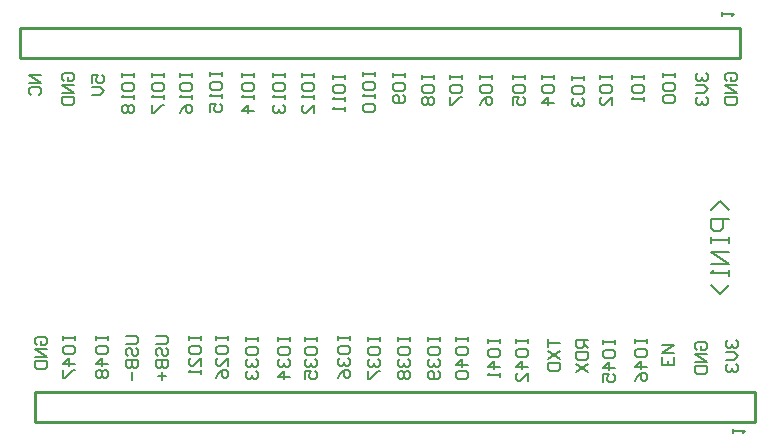
<source format=gbo>
G04*
G04 #@! TF.GenerationSoftware,Altium Limited,Altium Designer,24.5.2 (23)*
G04*
G04 Layer_Color=32896*
%FSLAX25Y25*%
%MOIN*%
G70*
G04*
G04 #@! TF.SameCoordinates,F3A3955B-CDAA-4A41-8258-469B26568034*
G04*
G04*
G04 #@! TF.FilePolarity,Positive*
G04*
G01*
G75*
%ADD12C,0.00600*%
%ADD14C,0.01000*%
D12*
X162401Y38400D02*
Y37067D01*
Y37734D01*
X166400D01*
Y38400D01*
Y37067D01*
X162401Y33068D02*
Y34401D01*
X163068Y35068D01*
X165734D01*
X166400Y34401D01*
Y33068D01*
X165734Y32402D01*
X163068D01*
X162401Y33068D01*
X163068Y31069D02*
X162401Y30403D01*
Y29070D01*
X163068Y28403D01*
X163734D01*
X164401Y29070D01*
Y29736D01*
Y29070D01*
X165067Y28403D01*
X165734D01*
X166400Y29070D01*
Y30403D01*
X165734Y31069D01*
X162401Y24405D02*
Y27070D01*
X164401D01*
X163734Y25737D01*
Y25071D01*
X164401Y24405D01*
X165734D01*
X166400Y25071D01*
Y26404D01*
X165734Y27070D01*
X173401Y38900D02*
Y37567D01*
Y38234D01*
X177400D01*
Y38900D01*
Y37567D01*
X173401Y33568D02*
Y34901D01*
X174068Y35568D01*
X176734D01*
X177400Y34901D01*
Y33568D01*
X176734Y32902D01*
X174068D01*
X173401Y33568D01*
X174068Y31569D02*
X173401Y30903D01*
Y29570D01*
X174068Y28903D01*
X174734D01*
X175401Y29570D01*
Y30236D01*
Y29570D01*
X176067Y28903D01*
X176734D01*
X177400Y29570D01*
Y30903D01*
X176734Y31569D01*
X173401Y24904D02*
X174068Y26237D01*
X175401Y27570D01*
X176734D01*
X177400Y26904D01*
Y25571D01*
X176734Y24904D01*
X176067D01*
X175401Y25571D01*
Y27570D01*
X142901Y38400D02*
Y37067D01*
Y37734D01*
X146900D01*
Y38400D01*
Y37067D01*
X142901Y33068D02*
Y34401D01*
X143568Y35068D01*
X146233D01*
X146900Y34401D01*
Y33068D01*
X146233Y32402D01*
X143568D01*
X142901Y33068D01*
X143568Y31069D02*
X142901Y30403D01*
Y29070D01*
X143568Y28403D01*
X144234D01*
X144901Y29070D01*
Y29736D01*
Y29070D01*
X145567Y28403D01*
X146233D01*
X146900Y29070D01*
Y30403D01*
X146233Y31069D01*
X143568Y27070D02*
X142901Y26404D01*
Y25071D01*
X143568Y24405D01*
X144234D01*
X144901Y25071D01*
Y25737D01*
Y25071D01*
X145567Y24405D01*
X146233D01*
X146900Y25071D01*
Y26404D01*
X146233Y27070D01*
X123901Y38900D02*
Y37567D01*
Y38234D01*
X127900D01*
Y38900D01*
Y37567D01*
X123901Y33568D02*
Y34901D01*
X124568Y35568D01*
X127234D01*
X127900Y34901D01*
Y33568D01*
X127234Y32902D01*
X124568D01*
X123901Y33568D01*
X127900Y28903D02*
Y31569D01*
X125234Y28903D01*
X124568D01*
X123901Y29570D01*
Y30903D01*
X124568Y31569D01*
X127900Y27570D02*
Y26237D01*
Y26904D01*
X123901D01*
X124568Y27570D01*
X193401Y38400D02*
Y37067D01*
Y37734D01*
X197400D01*
Y38400D01*
Y37067D01*
X193401Y33068D02*
Y34401D01*
X194068Y35068D01*
X196733D01*
X197400Y34401D01*
Y33068D01*
X196733Y32402D01*
X194068D01*
X193401Y33068D01*
X194068Y31069D02*
X193401Y30403D01*
Y29070D01*
X194068Y28403D01*
X194734D01*
X195401Y29070D01*
Y29736D01*
Y29070D01*
X196067Y28403D01*
X196733D01*
X197400Y29070D01*
Y30403D01*
X196733Y31069D01*
X194068Y27070D02*
X193401Y26404D01*
Y25071D01*
X194068Y24405D01*
X194734D01*
X195401Y25071D01*
X196067Y24405D01*
X196733D01*
X197400Y25071D01*
Y26404D01*
X196733Y27070D01*
X196067D01*
X195401Y26404D01*
X194734Y27070D01*
X194068D01*
X195401Y26404D02*
Y25071D01*
X183401Y38400D02*
Y37067D01*
Y37734D01*
X187400D01*
Y38400D01*
Y37067D01*
X183401Y33068D02*
Y34401D01*
X184068Y35068D01*
X186733D01*
X187400Y34401D01*
Y33068D01*
X186733Y32402D01*
X184068D01*
X183401Y33068D01*
X184068Y31069D02*
X183401Y30403D01*
Y29070D01*
X184068Y28403D01*
X184734D01*
X185401Y29070D01*
Y29736D01*
Y29070D01*
X186067Y28403D01*
X186733D01*
X187400Y29070D01*
Y30403D01*
X186733Y31069D01*
X183401Y27070D02*
Y24405D01*
X184068D01*
X186733Y27070D01*
X187400D01*
X153401Y38400D02*
Y37067D01*
Y37734D01*
X157400D01*
Y38400D01*
Y37067D01*
X153401Y33068D02*
Y34401D01*
X154068Y35068D01*
X156734D01*
X157400Y34401D01*
Y33068D01*
X156734Y32402D01*
X154068D01*
X153401Y33068D01*
X154068Y31069D02*
X153401Y30403D01*
Y29070D01*
X154068Y28403D01*
X154734D01*
X155401Y29070D01*
Y29736D01*
Y29070D01*
X156067Y28403D01*
X156734D01*
X157400Y29070D01*
Y30403D01*
X156734Y31069D01*
X157400Y25071D02*
X153401D01*
X155401Y27070D01*
Y24405D01*
X132901Y38900D02*
Y37567D01*
Y38234D01*
X136900D01*
Y38900D01*
Y37567D01*
X132901Y33568D02*
Y34901D01*
X133568Y35568D01*
X136233D01*
X136900Y34901D01*
Y33568D01*
X136233Y32902D01*
X133568D01*
X132901Y33568D01*
X136900Y28903D02*
Y31569D01*
X134234Y28903D01*
X133568D01*
X132901Y29570D01*
Y30903D01*
X133568Y31569D01*
X132901Y24904D02*
X133568Y26237D01*
X134901Y27570D01*
X136233D01*
X136900Y26904D01*
Y25571D01*
X136233Y24904D01*
X135567D01*
X134901Y25571D01*
Y27570D01*
X261901Y37400D02*
Y36067D01*
Y36734D01*
X265900D01*
Y37400D01*
Y36067D01*
X261901Y32068D02*
Y33401D01*
X262568Y34068D01*
X265234D01*
X265900Y33401D01*
Y32068D01*
X265234Y31402D01*
X262568D01*
X261901Y32068D01*
X265900Y28070D02*
X261901D01*
X263901Y30069D01*
Y27403D01*
X261901Y23404D02*
Y26070D01*
X263901D01*
X263234Y24737D01*
Y24071D01*
X263901Y23404D01*
X265234D01*
X265900Y24071D01*
Y25404D01*
X265234Y26070D01*
X102901Y38900D02*
X106234D01*
X106900Y38234D01*
Y36901D01*
X106234Y36234D01*
X102901D01*
X103568Y32236D02*
X102901Y32902D01*
Y34235D01*
X103568Y34901D01*
X104234D01*
X104901Y34235D01*
Y32902D01*
X105567Y32236D01*
X106234D01*
X106900Y32902D01*
Y34235D01*
X106234Y34901D01*
X102901Y30903D02*
X106900D01*
Y28903D01*
X106234Y28237D01*
X105567D01*
X104901Y28903D01*
Y30903D01*
Y28903D01*
X104234Y28237D01*
X103568D01*
X102901Y28903D01*
Y30903D01*
X104901Y26904D02*
Y24238D01*
X112901Y38900D02*
X116234D01*
X116900Y38234D01*
Y36901D01*
X116234Y36234D01*
X112901D01*
X113568Y32236D02*
X112901Y32902D01*
Y34235D01*
X113568Y34901D01*
X114234D01*
X114901Y34235D01*
Y32902D01*
X115567Y32236D01*
X116234D01*
X116900Y32902D01*
Y34235D01*
X116234Y34901D01*
X112901Y30903D02*
X116900D01*
Y28903D01*
X116234Y28237D01*
X115567D01*
X114901Y28903D01*
Y30903D01*
Y28903D01*
X114234Y28237D01*
X113568D01*
X112901Y28903D01*
Y30903D01*
X114901Y26904D02*
Y24238D01*
X113568Y25571D02*
X116234D01*
X281401Y31766D02*
Y29100D01*
X285400D01*
Y31766D01*
X283401Y29100D02*
Y30433D01*
X285400Y33099D02*
X281401D01*
X285400Y35765D01*
X281401D01*
X293068Y34234D02*
X292401Y34901D01*
Y36234D01*
X293068Y36900D01*
X295734D01*
X296400Y36234D01*
Y34901D01*
X295734Y34234D01*
X294401D01*
Y35567D01*
X296400Y32901D02*
X292401D01*
X296400Y30235D01*
X292401D01*
Y28903D02*
X296400D01*
Y26903D01*
X295734Y26237D01*
X293068D01*
X292401Y26903D01*
Y28903D01*
X303568Y37400D02*
X302901Y36734D01*
Y35401D01*
X303568Y34734D01*
X304234D01*
X304901Y35401D01*
Y36067D01*
Y35401D01*
X305567Y34734D01*
X306234D01*
X306900Y35401D01*
Y36734D01*
X306234Y37400D01*
X302901Y33401D02*
X305567D01*
X306900Y32068D01*
X305567Y30735D01*
X302901D01*
X303568Y29403D02*
X302901Y28736D01*
Y27403D01*
X303568Y26737D01*
X304234D01*
X304901Y27403D01*
Y28070D01*
Y27403D01*
X305567Y26737D01*
X306234D01*
X306900Y27403D01*
Y28736D01*
X306234Y29403D01*
X223401Y37900D02*
Y36567D01*
Y37234D01*
X227400D01*
Y37900D01*
Y36567D01*
X223401Y32568D02*
Y33901D01*
X224068Y34568D01*
X226734D01*
X227400Y33901D01*
Y32568D01*
X226734Y31902D01*
X224068D01*
X223401Y32568D01*
X227400Y28570D02*
X223401D01*
X225401Y30569D01*
Y27903D01*
X227400Y26570D02*
Y25237D01*
Y25904D01*
X223401D01*
X224068Y26570D01*
X256900Y37400D02*
X252901D01*
Y35401D01*
X253568Y34734D01*
X254901D01*
X255567Y35401D01*
Y37400D01*
Y36067D02*
X256900Y34734D01*
X252901Y33401D02*
X256900D01*
Y31402D01*
X256234Y30735D01*
X253568D01*
X252901Y31402D01*
Y33401D01*
Y29403D02*
X256900Y26737D01*
X252901D02*
X256900Y29403D01*
X243401Y37900D02*
Y35234D01*
Y36567D01*
X247400D01*
X243401Y33901D02*
X247400Y31236D01*
X243401D02*
X247400Y33901D01*
X243401Y29903D02*
X247400D01*
Y27903D01*
X246734Y27237D01*
X244068D01*
X243401Y27903D01*
Y29903D01*
X272401Y37900D02*
Y36567D01*
Y37234D01*
X276400D01*
Y37900D01*
Y36567D01*
X272401Y32568D02*
Y33901D01*
X273068Y34568D01*
X275734D01*
X276400Y33901D01*
Y32568D01*
X275734Y31902D01*
X273068D01*
X272401Y32568D01*
X276400Y28570D02*
X272401D01*
X274401Y30569D01*
Y27903D01*
X272401Y23904D02*
X273068Y25237D01*
X274401Y26570D01*
X275734D01*
X276400Y25904D01*
Y24571D01*
X275734Y23904D01*
X275067D01*
X274401Y24571D01*
Y26570D01*
X203401Y38400D02*
Y37067D01*
Y37734D01*
X207400D01*
Y38400D01*
Y37067D01*
X203401Y33068D02*
Y34401D01*
X204068Y35068D01*
X206734D01*
X207400Y34401D01*
Y33068D01*
X206734Y32402D01*
X204068D01*
X203401Y33068D01*
X204068Y31069D02*
X203401Y30403D01*
Y29070D01*
X204068Y28403D01*
X204734D01*
X205401Y29070D01*
Y29736D01*
Y29070D01*
X206067Y28403D01*
X206734D01*
X207400Y29070D01*
Y30403D01*
X206734Y31069D01*
Y27070D02*
X207400Y26404D01*
Y25071D01*
X206734Y24405D01*
X204068D01*
X203401Y25071D01*
Y26404D01*
X204068Y27070D01*
X204734D01*
X205401Y26404D01*
Y24405D01*
X212901Y38400D02*
Y37067D01*
Y37734D01*
X216900D01*
Y38400D01*
Y37067D01*
X212901Y33068D02*
Y34401D01*
X213568Y35068D01*
X216234D01*
X216900Y34401D01*
Y33068D01*
X216234Y32402D01*
X213568D01*
X212901Y33068D01*
X216900Y29070D02*
X212901D01*
X214901Y31069D01*
Y28403D01*
X213568Y27070D02*
X212901Y26404D01*
Y25071D01*
X213568Y24405D01*
X216234D01*
X216900Y25071D01*
Y26404D01*
X216234Y27070D01*
X213568D01*
X232901Y37900D02*
Y36567D01*
Y37234D01*
X236900D01*
Y37900D01*
Y36567D01*
X232901Y32568D02*
Y33901D01*
X233568Y34568D01*
X236234D01*
X236900Y33901D01*
Y32568D01*
X236234Y31902D01*
X233568D01*
X232901Y32568D01*
X236900Y28570D02*
X232901D01*
X234901Y30569D01*
Y27903D01*
X236900Y23904D02*
Y26570D01*
X234234Y23904D01*
X233568D01*
X232901Y24571D01*
Y25904D01*
X233568Y26570D01*
X92901Y38900D02*
Y37567D01*
Y38234D01*
X96900D01*
Y38900D01*
Y37567D01*
X92901Y33568D02*
Y34901D01*
X93568Y35568D01*
X96234D01*
X96900Y34901D01*
Y33568D01*
X96234Y32902D01*
X93568D01*
X92901Y33568D01*
X96900Y29570D02*
X92901D01*
X94901Y31569D01*
Y28903D01*
X93568Y27570D02*
X92901Y26904D01*
Y25571D01*
X93568Y24904D01*
X94234D01*
X94901Y25571D01*
X95567Y24904D01*
X96234D01*
X96900Y25571D01*
Y26904D01*
X96234Y27570D01*
X95567D01*
X94901Y26904D01*
X94234Y27570D01*
X93568D01*
X94901Y26904D02*
Y25571D01*
X73068Y35734D02*
X72401Y36401D01*
Y37734D01*
X73068Y38400D01*
X75734D01*
X76400Y37734D01*
Y36401D01*
X75734Y35734D01*
X74401D01*
Y37067D01*
X76400Y34401D02*
X72401D01*
X76400Y31736D01*
X72401D01*
Y30403D02*
X76400D01*
Y28403D01*
X75734Y27737D01*
X73068D01*
X72401Y28403D01*
Y30403D01*
X81901Y38900D02*
Y37567D01*
Y38234D01*
X85900D01*
Y38900D01*
Y37567D01*
X81901Y33568D02*
Y34901D01*
X82568Y35568D01*
X85234D01*
X85900Y34901D01*
Y33568D01*
X85234Y32902D01*
X82568D01*
X81901Y33568D01*
X85900Y29570D02*
X81901D01*
X83901Y31569D01*
Y28903D01*
X81901Y27570D02*
Y24904D01*
X82568D01*
X85234Y27570D01*
X85900D01*
X111401Y126400D02*
Y125067D01*
Y125733D01*
X115400D01*
Y126400D01*
Y125067D01*
X111401Y121068D02*
Y122401D01*
X112068Y123068D01*
X114734D01*
X115400Y122401D01*
Y121068D01*
X114734Y120402D01*
X112068D01*
X111401Y121068D01*
X115400Y119069D02*
Y117736D01*
Y118403D01*
X111401D01*
X112068Y119069D01*
X111401Y115737D02*
Y113071D01*
X112068D01*
X114734Y115737D01*
X115400D01*
X101401Y126400D02*
Y125067D01*
Y125733D01*
X105400D01*
Y126400D01*
Y125067D01*
X101401Y121068D02*
Y122401D01*
X102068Y123068D01*
X104734D01*
X105400Y122401D01*
Y121068D01*
X104734Y120402D01*
X102068D01*
X101401Y121068D01*
X105400Y119069D02*
Y117736D01*
Y118403D01*
X101401D01*
X102068Y119069D01*
Y115737D02*
X101401Y115070D01*
Y113737D01*
X102068Y113071D01*
X102734D01*
X103401Y113737D01*
X104067Y113071D01*
X104734D01*
X105400Y113737D01*
Y115070D01*
X104734Y115737D01*
X104067D01*
X103401Y115070D01*
X102734Y115737D01*
X102068D01*
X103401Y115070D02*
Y113737D01*
X120901Y126400D02*
Y125067D01*
Y125733D01*
X124900D01*
Y126400D01*
Y125067D01*
X120901Y121068D02*
Y122401D01*
X121568Y123068D01*
X124233D01*
X124900Y122401D01*
Y121068D01*
X124233Y120402D01*
X121568D01*
X120901Y121068D01*
X124900Y119069D02*
Y117736D01*
Y118403D01*
X120901D01*
X121568Y119069D01*
X120901Y113071D02*
X121568Y114404D01*
X122901Y115737D01*
X124233D01*
X124900Y115070D01*
Y113737D01*
X124233Y113071D01*
X123567D01*
X122901Y113737D01*
Y115737D01*
X161401Y126400D02*
Y125067D01*
Y125733D01*
X165400D01*
Y126400D01*
Y125067D01*
X161401Y121068D02*
Y122401D01*
X162068Y123068D01*
X164734D01*
X165400Y122401D01*
Y121068D01*
X164734Y120402D01*
X162068D01*
X161401Y121068D01*
X165400Y119069D02*
Y117736D01*
Y118403D01*
X161401D01*
X162068Y119069D01*
X165400Y113071D02*
Y115737D01*
X162734Y113071D01*
X162068D01*
X161401Y113737D01*
Y115070D01*
X162068Y115737D01*
X151901Y126400D02*
Y125067D01*
Y125733D01*
X155900D01*
Y126400D01*
Y125067D01*
X151901Y121068D02*
Y122401D01*
X152568Y123068D01*
X155234D01*
X155900Y122401D01*
Y121068D01*
X155234Y120402D01*
X152568D01*
X151901Y121068D01*
X155900Y119069D02*
Y117736D01*
Y118403D01*
X151901D01*
X152568Y119069D01*
Y115737D02*
X151901Y115070D01*
Y113737D01*
X152568Y113071D01*
X153234D01*
X153901Y113737D01*
Y114404D01*
Y113737D01*
X154567Y113071D01*
X155234D01*
X155900Y113737D01*
Y115070D01*
X155234Y115737D01*
X141401Y126400D02*
Y125067D01*
Y125733D01*
X145400D01*
Y126400D01*
Y125067D01*
X141401Y121068D02*
Y122401D01*
X142068Y123068D01*
X144734D01*
X145400Y122401D01*
Y121068D01*
X144734Y120402D01*
X142068D01*
X141401Y121068D01*
X145400Y119069D02*
Y117736D01*
Y118403D01*
X141401D01*
X142068Y119069D01*
X145400Y113737D02*
X141401D01*
X143401Y115737D01*
Y113071D01*
X130901Y126900D02*
Y125567D01*
Y126233D01*
X134900D01*
Y126900D01*
Y125567D01*
X130901Y121568D02*
Y122901D01*
X131568Y123568D01*
X134233D01*
X134900Y122901D01*
Y121568D01*
X134233Y120902D01*
X131568D01*
X130901Y121568D01*
X134900Y119569D02*
Y118236D01*
Y118903D01*
X130901D01*
X131568Y119569D01*
X130901Y113571D02*
Y116237D01*
X132901D01*
X132234Y114904D01*
Y114237D01*
X132901Y113571D01*
X134233D01*
X134900Y114237D01*
Y115570D01*
X134233Y116237D01*
X201401Y125900D02*
Y124567D01*
Y125233D01*
X205400D01*
Y125900D01*
Y124567D01*
X201401Y120568D02*
Y121901D01*
X202068Y122568D01*
X204733D01*
X205400Y121901D01*
Y120568D01*
X204733Y119902D01*
X202068D01*
X201401Y120568D01*
X202068Y118569D02*
X201401Y117903D01*
Y116570D01*
X202068Y115903D01*
X202734D01*
X203401Y116570D01*
X204067Y115903D01*
X204733D01*
X205400Y116570D01*
Y117903D01*
X204733Y118569D01*
X204067D01*
X203401Y117903D01*
X202734Y118569D01*
X202068D01*
X203401Y117903D02*
Y116570D01*
X191901Y126400D02*
Y125067D01*
Y125733D01*
X195900D01*
Y126400D01*
Y125067D01*
X191901Y121068D02*
Y122401D01*
X192568Y123068D01*
X195234D01*
X195900Y122401D01*
Y121068D01*
X195234Y120402D01*
X192568D01*
X191901Y121068D01*
X195234Y119069D02*
X195900Y118403D01*
Y117070D01*
X195234Y116403D01*
X192568D01*
X191901Y117070D01*
Y118403D01*
X192568Y119069D01*
X193234D01*
X193901Y118403D01*
Y116403D01*
X210901Y125900D02*
Y124567D01*
Y125233D01*
X214900D01*
Y125900D01*
Y124567D01*
X210901Y120568D02*
Y121901D01*
X211568Y122568D01*
X214234D01*
X214900Y121901D01*
Y120568D01*
X214234Y119902D01*
X211568D01*
X210901Y120568D01*
Y118569D02*
Y115903D01*
X211568D01*
X214234Y118569D01*
X214900D01*
X241401Y125900D02*
Y124567D01*
Y125233D01*
X245400D01*
Y125900D01*
Y124567D01*
X241401Y120568D02*
Y121901D01*
X242068Y122568D01*
X244734D01*
X245400Y121901D01*
Y120568D01*
X244734Y119902D01*
X242068D01*
X241401Y120568D01*
X245400Y116570D02*
X241401D01*
X243401Y118569D01*
Y115903D01*
X220901Y125900D02*
Y124567D01*
Y125233D01*
X224900D01*
Y125900D01*
Y124567D01*
X220901Y120568D02*
Y121901D01*
X221568Y122568D01*
X224234D01*
X224900Y121901D01*
Y120568D01*
X224234Y119902D01*
X221568D01*
X220901Y120568D01*
Y115903D02*
X221568Y117236D01*
X222901Y118569D01*
X224234D01*
X224900Y117903D01*
Y116570D01*
X224234Y115903D01*
X223567D01*
X222901Y116570D01*
Y118569D01*
X171901Y125900D02*
Y124567D01*
Y125233D01*
X175900D01*
Y125900D01*
Y124567D01*
X171901Y120568D02*
Y121901D01*
X172568Y122568D01*
X175233D01*
X175900Y121901D01*
Y120568D01*
X175233Y119902D01*
X172568D01*
X171901Y120568D01*
X175900Y118569D02*
Y117236D01*
Y117903D01*
X171901D01*
X172568Y118569D01*
X175900Y115237D02*
Y113904D01*
Y114570D01*
X171901D01*
X172568Y115237D01*
X231901Y125900D02*
Y124567D01*
Y125233D01*
X235900D01*
Y125900D01*
Y124567D01*
X231901Y120568D02*
Y121901D01*
X232568Y122568D01*
X235234D01*
X235900Y121901D01*
Y120568D01*
X235234Y119902D01*
X232568D01*
X231901Y120568D01*
Y115903D02*
Y118569D01*
X233901D01*
X233234Y117236D01*
Y116570D01*
X233901Y115903D01*
X235234D01*
X235900Y116570D01*
Y117903D01*
X235234Y118569D01*
X251401Y125400D02*
Y124067D01*
Y124733D01*
X255400D01*
Y125400D01*
Y124067D01*
X251401Y120068D02*
Y121401D01*
X252068Y122068D01*
X254734D01*
X255400Y121401D01*
Y120068D01*
X254734Y119402D01*
X252068D01*
X251401Y120068D01*
X252068Y118069D02*
X251401Y117403D01*
Y116070D01*
X252068Y115403D01*
X252734D01*
X253401Y116070D01*
Y116736D01*
Y116070D01*
X254067Y115403D01*
X254734D01*
X255400Y116070D01*
Y117403D01*
X254734Y118069D01*
X181901Y126900D02*
Y125567D01*
Y126233D01*
X185900D01*
Y126900D01*
Y125567D01*
X181901Y121568D02*
Y122901D01*
X182568Y123568D01*
X185233D01*
X185900Y122901D01*
Y121568D01*
X185233Y120902D01*
X182568D01*
X181901Y121568D01*
X185900Y119569D02*
Y118236D01*
Y118903D01*
X181901D01*
X182568Y119569D01*
Y116237D02*
X181901Y115570D01*
Y114237D01*
X182568Y113571D01*
X185233D01*
X185900Y114237D01*
Y115570D01*
X185233Y116237D01*
X182568D01*
X260901Y125900D02*
Y124567D01*
Y125233D01*
X264900D01*
Y125900D01*
Y124567D01*
X260901Y120568D02*
Y121901D01*
X261568Y122568D01*
X264234D01*
X264900Y121901D01*
Y120568D01*
X264234Y119902D01*
X261568D01*
X260901Y120568D01*
X264900Y115903D02*
Y118569D01*
X262234Y115903D01*
X261568D01*
X260901Y116570D01*
Y117903D01*
X261568Y118569D01*
X271401Y125900D02*
Y124567D01*
Y125233D01*
X275400D01*
Y125900D01*
Y124567D01*
X271401Y120568D02*
Y121901D01*
X272068Y122568D01*
X274734D01*
X275400Y121901D01*
Y120568D01*
X274734Y119902D01*
X272068D01*
X271401Y120568D01*
X275400Y118569D02*
Y117236D01*
Y117903D01*
X271401D01*
X272068Y118569D01*
X281901Y126400D02*
Y125067D01*
Y125733D01*
X285900D01*
Y126400D01*
Y125067D01*
X281901Y121068D02*
Y122401D01*
X282568Y123068D01*
X285234D01*
X285900Y122401D01*
Y121068D01*
X285234Y120402D01*
X282568D01*
X281901Y121068D01*
X282568Y119069D02*
X281901Y118403D01*
Y117070D01*
X282568Y116403D01*
X285234D01*
X285900Y117070D01*
Y118403D01*
X285234Y119069D01*
X282568D01*
X293568Y126400D02*
X292901Y125733D01*
Y124401D01*
X293568Y123734D01*
X294234D01*
X294901Y124401D01*
Y125067D01*
Y124401D01*
X295567Y123734D01*
X296234D01*
X296900Y124401D01*
Y125733D01*
X296234Y126400D01*
X292901Y122401D02*
X295567D01*
X296900Y121068D01*
X295567Y119736D01*
X292901D01*
X293568Y118403D02*
X292901Y117736D01*
Y116403D01*
X293568Y115737D01*
X294234D01*
X294901Y116403D01*
Y117070D01*
Y116403D01*
X295567Y115737D01*
X296234D01*
X296900Y116403D01*
Y117736D01*
X296234Y118403D01*
X303900Y80901D02*
X300901Y83900D01*
X297902Y80901D01*
X303900Y77902D02*
X297902D01*
Y74903D01*
X298902Y73903D01*
X300901D01*
X301901Y74903D01*
Y77902D01*
X297902Y71904D02*
Y69905D01*
Y70904D01*
X303900D01*
Y71904D01*
Y69905D01*
Y66905D02*
X297902D01*
X303900Y62907D01*
X297902D01*
X303900Y60907D02*
Y58908D01*
Y59908D01*
X297902D01*
X298902Y60907D01*
X303900Y55909D02*
X300901Y52910D01*
X297902Y55909D01*
X303068Y123734D02*
X302401Y124401D01*
Y125733D01*
X303068Y126400D01*
X305734D01*
X306400Y125733D01*
Y124401D01*
X305734Y123734D01*
X304401D01*
Y125067D01*
X306400Y122401D02*
X302401D01*
X306400Y119736D01*
X302401D01*
Y118403D02*
X306400D01*
Y116403D01*
X305734Y115737D01*
X303068D01*
X302401Y116403D01*
Y118403D01*
X91401Y123234D02*
Y125900D01*
X93401D01*
X92734Y124567D01*
Y123901D01*
X93401Y123234D01*
X94734D01*
X95400Y123901D01*
Y125233D01*
X94734Y125900D01*
X91401Y121901D02*
X94067D01*
X95400Y120568D01*
X94067Y119236D01*
X91401D01*
X82068Y123734D02*
X81401Y124401D01*
Y125733D01*
X82068Y126400D01*
X84734D01*
X85400Y125733D01*
Y124401D01*
X84734Y123734D01*
X83401D01*
Y125067D01*
X85400Y122401D02*
X81401D01*
X85400Y119736D01*
X81401D01*
Y118403D02*
X85400D01*
Y116403D01*
X84734Y115737D01*
X82068D01*
X81401Y116403D01*
Y118403D01*
X74400Y125900D02*
X70401D01*
X74400Y123234D01*
X70401D01*
X71068Y119236D02*
X70401Y119902D01*
Y121235D01*
X71068Y121901D01*
X73734D01*
X74400Y121235D01*
Y119902D01*
X73734Y119236D01*
X301600Y145600D02*
Y146933D01*
Y146266D01*
X305599D01*
X304932Y145600D01*
X305200Y6600D02*
Y7933D01*
Y7266D01*
X309199D01*
X308532Y6600D01*
D14*
X67500Y131500D02*
Y141500D01*
Y131500D02*
X307500D01*
Y141500D01*
X67500D02*
X307500D01*
X72500Y10000D02*
X312500D01*
X72500D02*
Y20000D01*
X312500D01*
Y10000D02*
Y20000D01*
M02*

</source>
